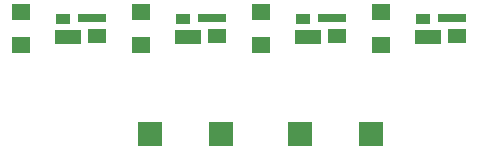
<source format=gtp>
G04 --- HEADER BEGIN --- *
G04 #@! TF.GenerationSoftware,LibrePCB,LibrePCB,1.1.0*
G04 #@! TF.CreationDate,2024-04-23T21:30:37*
G04 #@! TF.ProjectId,interfaceboard,7d1f5418-6340-4453-96b2-d8471fb3e645,version_1*
G04 #@! TF.Part,Single*
G04 #@! TF.SameCoordinates*
G04 #@! TF.FileFunction,Paste,Top*
G04 #@! TF.FilePolarity,Positive*
%FSLAX66Y66*%
%MOMM*%
G01*
G75*
G04 --- HEADER END --- *
G04 --- APERTURE LIST BEGIN --- *
%ADD10R,2.2X1.2*%
%ADD11R,1.5X1.3*%
%ADD12R,2.4X0.8*%
%ADD13R,1.3X0.9*%
%ADD14R,1.6X1.4*%
%ADD15R,2.0X2.0*%
G04 --- APERTURE LIST END --- *
G04 --- BOARD BEGIN --- *
D10*
G04 #@! TO.C,D1*
X23080000Y51370000D03*
D11*
X25530000Y51420000D03*
D12*
X25080000Y52970000D03*
D13*
X22630000Y52920000D03*
D10*
G04 #@! TO.C,D3*
X43400000Y51370000D03*
D11*
X45850000Y51420000D03*
D12*
X45400000Y52970000D03*
D13*
X42950000Y52920000D03*
D10*
G04 #@! TO.C,D2*
X33240000Y51370000D03*
D11*
X35690000Y51420000D03*
D12*
X35240000Y52970000D03*
D13*
X32790000Y52920000D03*
D14*
G04 #@! TO.C,C1*
X19050000Y50670000D03*
X19050000Y53470000D03*
D10*
G04 #@! TO.C,D4*
X53560000Y51370000D03*
D11*
X56010000Y51420000D03*
D12*
X55560000Y52970000D03*
D13*
X53110000Y52920000D03*
D15*
G04 #@! TO.C,SW1*
X36020000Y43180000D03*
X30020000Y43180000D03*
D14*
G04 #@! TO.C,C4*
X49530000Y50670000D03*
X49530000Y53470000D03*
G04 #@! TO.C,C3*
X39370000Y50670000D03*
X39370000Y53470000D03*
G04 #@! TO.C,C2*
X29210000Y50670000D03*
X29210000Y53470000D03*
D15*
G04 #@! TO.C,SW2*
X48720000Y43180000D03*
X42720000Y43180000D03*
G04 --- BOARD END --- *
G04 #@! TF.MD5,31d3d4323f818ffd5b3e3d96356fa755*
M02*

</source>
